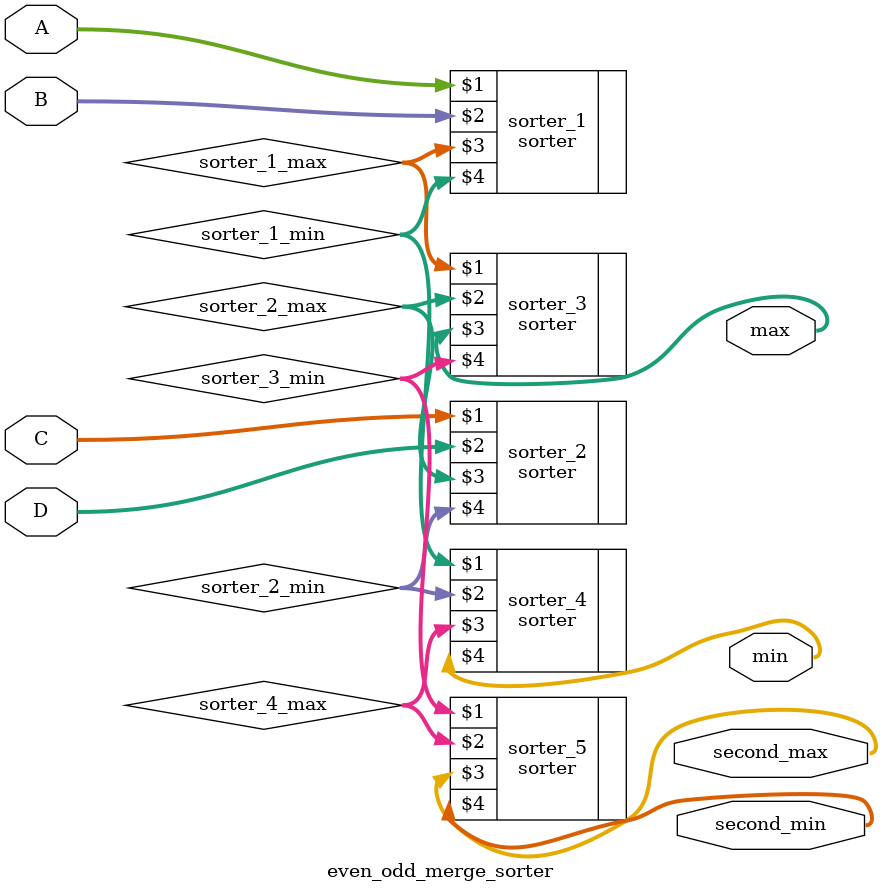
<source format=sv>
module even_odd_merge_sorter(
  input  logic [7:0] A,
  input  logic [7:0] B,
  input  logic [7:0] C,
  input  logic [7:0] D,
  output logic [7:0] max,
  output logic [7:0] second_max,
  output logic [7:0] second_min,
  output logic [7:0] min
);

  // Intermediate wires between sorter stages
  logic [7:0] sorter_1_max, sorter_1_min;
  logic [7:0] sorter_2_max, sorter_2_min;
  logic [7:0] sorter_3_min;
  logic [7:0] sorter_4_max;

  // Stage 1: Pairwise sorting
  sorter sorter_1 (A, B, sorter_1_max, sorter_1_min);
  sorter sorter_2 (C, D, sorter_2_max, sorter_2_min);

  // Stage 2: Compare max and min parts of previous pairs
  sorter sorter_3 (sorter_1_max, sorter_2_max, max, sorter_3_min);
  sorter sorter_4 (sorter_1_min, sorter_2_min, sorter_4_max, min);

  // Stage 3: Compare second-tier middle elements
  sorter sorter_5 (sorter_3_min, sorter_4_max, second_max, second_min);

endmodule

</source>
